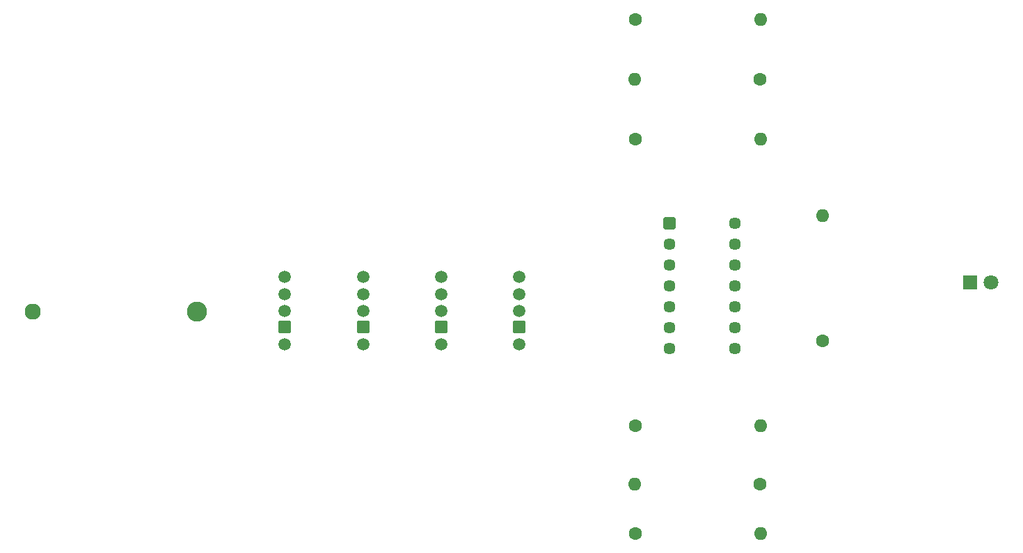
<source format=gbr>
%TF.GenerationSoftware,KiCad,Pcbnew,8.0.2*%
%TF.CreationDate,2024-05-23T15:12:35+02:00*%
%TF.ProjectId,gatemania_and,67617465-6d61-46e6-9961-5f616e642e6b,1.0*%
%TF.SameCoordinates,Original*%
%TF.FileFunction,Soldermask,Bot*%
%TF.FilePolarity,Negative*%
%FSLAX46Y46*%
G04 Gerber Fmt 4.6, Leading zero omitted, Abs format (unit mm)*
G04 Created by KiCad (PCBNEW 8.0.2) date 2024-05-23 15:12:35*
%MOMM*%
%LPD*%
G01*
G04 APERTURE LIST*
G04 Aperture macros list*
%AMRoundRect*
0 Rectangle with rounded corners*
0 $1 Rounding radius*
0 $2 $3 $4 $5 $6 $7 $8 $9 X,Y pos of 4 corners*
0 Add a 4 corners polygon primitive as box body*
4,1,4,$2,$3,$4,$5,$6,$7,$8,$9,$2,$3,0*
0 Add four circle primitives for the rounded corners*
1,1,$1+$1,$2,$3*
1,1,$1+$1,$4,$5*
1,1,$1+$1,$6,$7*
1,1,$1+$1,$8,$9*
0 Add four rect primitives between the rounded corners*
20,1,$1+$1,$2,$3,$4,$5,0*
20,1,$1+$1,$4,$5,$6,$7,0*
20,1,$1+$1,$6,$7,$8,$9,0*
20,1,$1+$1,$8,$9,$2,$3,0*%
G04 Aperture macros list end*
%ADD10C,1.600000*%
%ADD11O,1.600000X1.600000*%
%ADD12RoundRect,0.102000X-0.624000X-0.624000X0.624000X-0.624000X0.624000X0.624000X-0.624000X0.624000X0*%
%ADD13C,1.452000*%
%ADD14C,1.500000*%
%ADD15RoundRect,0.102000X0.654000X-0.654000X0.654000X0.654000X-0.654000X0.654000X-0.654000X-0.654000X0*%
%ADD16C,1.512000*%
%ADD17R,1.800000X1.800000*%
%ADD18C,1.800000*%
%ADD19C,2.454000*%
%ADD20C,1.959000*%
G04 APERTURE END LIST*
D10*
%TO.C,R7*%
X175630000Y-105620000D03*
D11*
X175630000Y-90380000D03*
%TD*%
D12*
%TO.C,U1*%
X156992500Y-91260000D03*
D13*
X156992500Y-93800000D03*
X156992500Y-96340000D03*
X156992500Y-98880000D03*
X156992500Y-101420000D03*
X156992500Y-103960000D03*
X156992500Y-106500000D03*
X164932500Y-106500000D03*
X164932500Y-103960000D03*
X164932500Y-101420000D03*
X164932500Y-98880000D03*
X164932500Y-96340000D03*
X164932500Y-93800000D03*
X164932500Y-91260000D03*
%TD*%
D14*
%TO.C,S4*%
X138750000Y-106000000D03*
X138750000Y-97800000D03*
D15*
X138750000Y-103900000D03*
D16*
X138750000Y-101900000D03*
X138750000Y-99900000D03*
%TD*%
D14*
%TO.C,S1*%
X110200000Y-106000000D03*
X110200000Y-97800000D03*
D15*
X110200000Y-103900000D03*
D16*
X110200000Y-101900000D03*
X110200000Y-99900000D03*
%TD*%
D14*
%TO.C,S3*%
X129233332Y-106000000D03*
X129233332Y-97800000D03*
D15*
X129233332Y-103900000D03*
D16*
X129233332Y-101900000D03*
X129233332Y-99900000D03*
%TD*%
D10*
%TO.C,R4*%
X152880000Y-115900000D03*
D11*
X168120000Y-115900000D03*
%TD*%
D17*
%TO.C,D1*%
X193590000Y-98500000D03*
D18*
X196130000Y-98500000D03*
%TD*%
D10*
%TO.C,R3*%
X152880000Y-81000000D03*
D11*
X168120000Y-81000000D03*
%TD*%
D10*
%TO.C,R1*%
X152880000Y-66500000D03*
D11*
X168120000Y-66500000D03*
%TD*%
D10*
%TO.C,R5*%
X168000000Y-123000000D03*
D11*
X152760000Y-123000000D03*
%TD*%
D10*
%TO.C,R2*%
X168000000Y-73750000D03*
D11*
X152760000Y-73750000D03*
%TD*%
D10*
%TO.C,R6*%
X152880000Y-129000000D03*
D11*
X168120000Y-129000000D03*
%TD*%
D19*
%TO.C,BT1*%
X99500000Y-102000000D03*
D20*
X79500000Y-102000000D03*
%TD*%
D14*
%TO.C,S2*%
X119716666Y-106000000D03*
X119716666Y-97800000D03*
D15*
X119716666Y-103900000D03*
D16*
X119716666Y-101900000D03*
X119716666Y-99900000D03*
%TD*%
M02*

</source>
